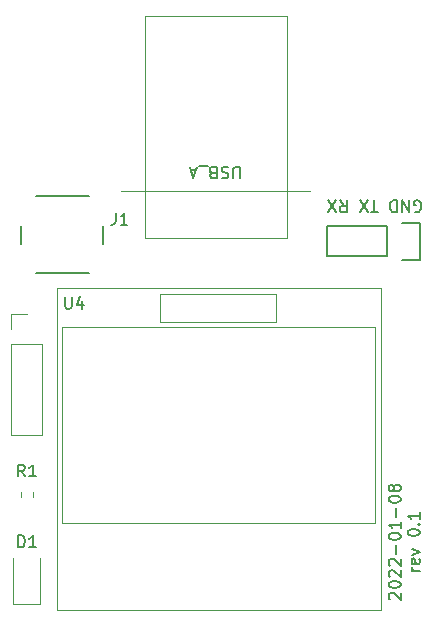
<source format=gto>
G04 #@! TF.GenerationSoftware,KiCad,Pcbnew,(6.0.0)*
G04 #@! TF.CreationDate,2022-01-08T18:45:48-05:00*
G04 #@! TF.ProjectId,anavi-thermometer,616e6176-692d-4746-9865-726d6f6d6574,rev?*
G04 #@! TF.SameCoordinates,Original*
G04 #@! TF.FileFunction,Legend,Top*
G04 #@! TF.FilePolarity,Positive*
%FSLAX46Y46*%
G04 Gerber Fmt 4.6, Leading zero omitted, Abs format (unit mm)*
G04 Created by KiCad (PCBNEW (6.0.0)) date 2022-01-08 18:45:48*
%MOMM*%
%LPD*%
G01*
G04 APERTURE LIST*
%ADD10C,0.150000*%
%ADD11C,0.120000*%
G04 APERTURE END LIST*
D10*
X156843691Y-79028761D02*
X156938929Y-79076380D01*
X157081787Y-79076380D01*
X157224644Y-79028761D01*
X157319882Y-78933522D01*
X157367501Y-78838284D01*
X157415120Y-78647808D01*
X157415120Y-78504951D01*
X157367501Y-78314475D01*
X157319882Y-78219237D01*
X157224644Y-78123999D01*
X157081787Y-78076380D01*
X156986549Y-78076380D01*
X156843691Y-78123999D01*
X156796072Y-78171618D01*
X156796072Y-78504951D01*
X156986549Y-78504951D01*
X156367501Y-78076380D02*
X156367501Y-79076380D01*
X155796072Y-78076380D01*
X155796072Y-79076380D01*
X155319882Y-78076380D02*
X155319882Y-79076380D01*
X155081787Y-79076380D01*
X154938929Y-79028761D01*
X154843691Y-78933522D01*
X154796072Y-78838284D01*
X154748453Y-78647808D01*
X154748453Y-78504951D01*
X154796072Y-78314475D01*
X154843691Y-78219237D01*
X154938929Y-78123999D01*
X155081787Y-78076380D01*
X155319882Y-78076380D01*
X153700834Y-79076380D02*
X153129406Y-79076380D01*
X153415120Y-78076380D02*
X153415120Y-79076380D01*
X152891310Y-79076380D02*
X152224644Y-78076380D01*
X152224644Y-79076380D02*
X152891310Y-78076380D01*
X150510358Y-78076380D02*
X150843691Y-78552570D01*
X151081787Y-78076380D02*
X151081787Y-79076380D01*
X150700834Y-79076380D01*
X150605596Y-79028761D01*
X150557977Y-78981141D01*
X150510358Y-78885903D01*
X150510358Y-78743046D01*
X150557977Y-78647808D01*
X150605596Y-78600189D01*
X150700834Y-78552570D01*
X151081787Y-78552570D01*
X150177025Y-79076380D02*
X149510358Y-78076380D01*
X149510358Y-79076380D02*
X150177025Y-78076380D01*
X154742619Y-111857142D02*
X154695000Y-111809523D01*
X154647380Y-111714285D01*
X154647380Y-111476190D01*
X154695000Y-111380952D01*
X154742619Y-111333333D01*
X154837857Y-111285714D01*
X154933095Y-111285714D01*
X155075952Y-111333333D01*
X155647380Y-111904761D01*
X155647380Y-111285714D01*
X154647380Y-110666666D02*
X154647380Y-110571428D01*
X154695000Y-110476190D01*
X154742619Y-110428571D01*
X154837857Y-110380952D01*
X155028333Y-110333333D01*
X155266428Y-110333333D01*
X155456904Y-110380952D01*
X155552142Y-110428571D01*
X155599761Y-110476190D01*
X155647380Y-110571428D01*
X155647380Y-110666666D01*
X155599761Y-110761904D01*
X155552142Y-110809523D01*
X155456904Y-110857142D01*
X155266428Y-110904761D01*
X155028333Y-110904761D01*
X154837857Y-110857142D01*
X154742619Y-110809523D01*
X154695000Y-110761904D01*
X154647380Y-110666666D01*
X154742619Y-109952380D02*
X154695000Y-109904761D01*
X154647380Y-109809523D01*
X154647380Y-109571428D01*
X154695000Y-109476190D01*
X154742619Y-109428571D01*
X154837857Y-109380952D01*
X154933095Y-109380952D01*
X155075952Y-109428571D01*
X155647380Y-110000000D01*
X155647380Y-109380952D01*
X154742619Y-109000000D02*
X154695000Y-108952380D01*
X154647380Y-108857142D01*
X154647380Y-108619047D01*
X154695000Y-108523809D01*
X154742619Y-108476190D01*
X154837857Y-108428571D01*
X154933095Y-108428571D01*
X155075952Y-108476190D01*
X155647380Y-109047619D01*
X155647380Y-108428571D01*
X155266428Y-108000000D02*
X155266428Y-107238095D01*
X154647380Y-106571428D02*
X154647380Y-106476190D01*
X154695000Y-106380952D01*
X154742619Y-106333333D01*
X154837857Y-106285714D01*
X155028333Y-106238095D01*
X155266428Y-106238095D01*
X155456904Y-106285714D01*
X155552142Y-106333333D01*
X155599761Y-106380952D01*
X155647380Y-106476190D01*
X155647380Y-106571428D01*
X155599761Y-106666666D01*
X155552142Y-106714285D01*
X155456904Y-106761904D01*
X155266428Y-106809523D01*
X155028333Y-106809523D01*
X154837857Y-106761904D01*
X154742619Y-106714285D01*
X154695000Y-106666666D01*
X154647380Y-106571428D01*
X155647380Y-105285714D02*
X155647380Y-105857142D01*
X155647380Y-105571428D02*
X154647380Y-105571428D01*
X154790238Y-105666666D01*
X154885476Y-105761904D01*
X154933095Y-105857142D01*
X155266428Y-104857142D02*
X155266428Y-104095238D01*
X154647380Y-103428571D02*
X154647380Y-103333333D01*
X154695000Y-103238095D01*
X154742619Y-103190476D01*
X154837857Y-103142857D01*
X155028333Y-103095238D01*
X155266428Y-103095238D01*
X155456904Y-103142857D01*
X155552142Y-103190476D01*
X155599761Y-103238095D01*
X155647380Y-103333333D01*
X155647380Y-103428571D01*
X155599761Y-103523809D01*
X155552142Y-103571428D01*
X155456904Y-103619047D01*
X155266428Y-103666666D01*
X155028333Y-103666666D01*
X154837857Y-103619047D01*
X154742619Y-103571428D01*
X154695000Y-103523809D01*
X154647380Y-103428571D01*
X155075952Y-102523809D02*
X155028333Y-102619047D01*
X154980714Y-102666666D01*
X154885476Y-102714285D01*
X154837857Y-102714285D01*
X154742619Y-102666666D01*
X154695000Y-102619047D01*
X154647380Y-102523809D01*
X154647380Y-102333333D01*
X154695000Y-102238095D01*
X154742619Y-102190476D01*
X154837857Y-102142857D01*
X154885476Y-102142857D01*
X154980714Y-102190476D01*
X155028333Y-102238095D01*
X155075952Y-102333333D01*
X155075952Y-102523809D01*
X155123571Y-102619047D01*
X155171190Y-102666666D01*
X155266428Y-102714285D01*
X155456904Y-102714285D01*
X155552142Y-102666666D01*
X155599761Y-102619047D01*
X155647380Y-102523809D01*
X155647380Y-102333333D01*
X155599761Y-102238095D01*
X155552142Y-102190476D01*
X155456904Y-102142857D01*
X155266428Y-102142857D01*
X155171190Y-102190476D01*
X155123571Y-102238095D01*
X155075952Y-102333333D01*
X157257380Y-109452380D02*
X156590714Y-109452380D01*
X156781190Y-109452380D02*
X156685952Y-109404761D01*
X156638333Y-109357142D01*
X156590714Y-109261904D01*
X156590714Y-109166666D01*
X157209761Y-108452380D02*
X157257380Y-108547619D01*
X157257380Y-108738095D01*
X157209761Y-108833333D01*
X157114523Y-108880952D01*
X156733571Y-108880952D01*
X156638333Y-108833333D01*
X156590714Y-108738095D01*
X156590714Y-108547619D01*
X156638333Y-108452380D01*
X156733571Y-108404761D01*
X156828809Y-108404761D01*
X156924047Y-108880952D01*
X156590714Y-108071428D02*
X157257380Y-107833333D01*
X156590714Y-107595238D01*
X156257380Y-106261904D02*
X156257380Y-106166666D01*
X156305000Y-106071428D01*
X156352619Y-106023809D01*
X156447857Y-105976190D01*
X156638333Y-105928571D01*
X156876428Y-105928571D01*
X157066904Y-105976190D01*
X157162142Y-106023809D01*
X157209761Y-106071428D01*
X157257380Y-106166666D01*
X157257380Y-106261904D01*
X157209761Y-106357142D01*
X157162142Y-106404761D01*
X157066904Y-106452380D01*
X156876428Y-106500000D01*
X156638333Y-106500000D01*
X156447857Y-106452380D01*
X156352619Y-106404761D01*
X156305000Y-106357142D01*
X156257380Y-106261904D01*
X157162142Y-105500000D02*
X157209761Y-105452380D01*
X157257380Y-105500000D01*
X157209761Y-105547619D01*
X157162142Y-105500000D01*
X157257380Y-105500000D01*
X157257380Y-104500000D02*
X157257380Y-105071428D01*
X157257380Y-104785714D02*
X156257380Y-104785714D01*
X156400238Y-104880952D01*
X156495476Y-104976190D01*
X156543095Y-105071428D01*
X123261904Y-107452380D02*
X123261904Y-106452380D01*
X123500000Y-106452380D01*
X123642857Y-106500000D01*
X123738095Y-106595238D01*
X123785714Y-106690476D01*
X123833333Y-106880952D01*
X123833333Y-107023809D01*
X123785714Y-107214285D01*
X123738095Y-107309523D01*
X123642857Y-107404761D01*
X123500000Y-107452380D01*
X123261904Y-107452380D01*
X124785714Y-107452380D02*
X124214285Y-107452380D01*
X124500000Y-107452380D02*
X124500000Y-106452380D01*
X124404761Y-106595238D01*
X124309523Y-106690476D01*
X124214285Y-106738095D01*
X123833333Y-101452380D02*
X123500000Y-100976190D01*
X123261904Y-101452380D02*
X123261904Y-100452380D01*
X123642857Y-100452380D01*
X123738095Y-100500000D01*
X123785714Y-100547619D01*
X123833333Y-100642857D01*
X123833333Y-100785714D01*
X123785714Y-100880952D01*
X123738095Y-100928571D01*
X123642857Y-100976190D01*
X123261904Y-100976190D01*
X124785714Y-101452380D02*
X124214285Y-101452380D01*
X124500000Y-101452380D02*
X124500000Y-100452380D01*
X124404761Y-100595238D01*
X124309523Y-100690476D01*
X124214285Y-100738095D01*
X127238095Y-86251753D02*
X127238095Y-87061277D01*
X127285714Y-87156515D01*
X127333333Y-87204134D01*
X127428571Y-87251753D01*
X127619047Y-87251753D01*
X127714285Y-87204134D01*
X127761904Y-87156515D01*
X127809523Y-87061277D01*
X127809523Y-86251753D01*
X128714285Y-86585087D02*
X128714285Y-87251753D01*
X128476190Y-86204134D02*
X128238095Y-86918420D01*
X128857142Y-86918420D01*
X131526254Y-79152851D02*
X131526254Y-79867137D01*
X131478635Y-80009994D01*
X131383397Y-80105232D01*
X131240540Y-80152851D01*
X131145302Y-80152851D01*
X132526254Y-80152851D02*
X131954826Y-80152851D01*
X132240540Y-80152851D02*
X132240540Y-79152851D01*
X132145302Y-79295709D01*
X132050064Y-79390947D01*
X131954826Y-79438566D01*
X142071428Y-76232619D02*
X142071428Y-75423095D01*
X142023809Y-75327857D01*
X141976190Y-75280238D01*
X141880952Y-75232619D01*
X141690476Y-75232619D01*
X141595238Y-75280238D01*
X141547619Y-75327857D01*
X141500000Y-75423095D01*
X141500000Y-76232619D01*
X141071428Y-75280238D02*
X140928571Y-75232619D01*
X140690476Y-75232619D01*
X140595238Y-75280238D01*
X140547619Y-75327857D01*
X140500000Y-75423095D01*
X140500000Y-75518333D01*
X140547619Y-75613571D01*
X140595238Y-75661190D01*
X140690476Y-75708809D01*
X140880952Y-75756428D01*
X140976190Y-75804047D01*
X141023809Y-75851666D01*
X141071428Y-75946904D01*
X141071428Y-76042142D01*
X141023809Y-76137380D01*
X140976190Y-76185000D01*
X140880952Y-76232619D01*
X140642857Y-76232619D01*
X140500000Y-76185000D01*
X139738095Y-75756428D02*
X139595238Y-75708809D01*
X139547619Y-75661190D01*
X139500000Y-75565952D01*
X139500000Y-75423095D01*
X139547619Y-75327857D01*
X139595238Y-75280238D01*
X139690476Y-75232619D01*
X140071428Y-75232619D01*
X140071428Y-76232619D01*
X139738095Y-76232619D01*
X139642857Y-76185000D01*
X139595238Y-76137380D01*
X139547619Y-76042142D01*
X139547619Y-75946904D01*
X139595238Y-75851666D01*
X139642857Y-75804047D01*
X139738095Y-75756428D01*
X140071428Y-75756428D01*
X139309523Y-75137380D02*
X138547619Y-75137380D01*
X138357142Y-75518333D02*
X137880952Y-75518333D01*
X138452380Y-75232619D02*
X138119047Y-76232619D01*
X137785714Y-75232619D01*
D11*
X122865000Y-108400000D02*
X122865000Y-112285000D01*
X122865000Y-112285000D02*
X125135000Y-112285000D01*
X125135000Y-112285000D02*
X125135000Y-108400000D01*
X123477500Y-102762742D02*
X123477500Y-103237258D01*
X124522500Y-102762742D02*
X124522500Y-103237258D01*
D10*
X124750000Y-84250000D02*
X129250000Y-84250000D01*
X130500000Y-81750000D02*
X130500000Y-80250000D01*
X129250000Y-77750000D02*
X124750000Y-77750000D01*
X123500000Y-80250000D02*
X123500000Y-81750000D01*
X149433676Y-80293234D02*
X149433676Y-82833234D01*
X157333676Y-80013234D02*
X157333676Y-83113234D01*
X154513676Y-80293234D02*
X149433676Y-80293234D01*
X154513676Y-82833234D02*
X154513676Y-80293234D01*
X155783676Y-80013234D02*
X157333676Y-80013234D01*
X157333676Y-83113234D02*
X155783676Y-83113234D01*
X149433676Y-82833234D02*
X154513676Y-82833234D01*
D11*
X122670000Y-90270000D02*
X122670000Y-97950000D01*
X125330000Y-90270000D02*
X125330000Y-97950000D01*
X122670000Y-89000000D02*
X122670000Y-87670000D01*
X122670000Y-97950000D02*
X125330000Y-97950000D01*
X122670000Y-90270000D02*
X125330000Y-90270000D01*
X122670000Y-87670000D02*
X124000000Y-87670000D01*
X127022000Y-88794373D02*
X150122000Y-88794373D01*
X126600000Y-85499373D02*
X154000000Y-85499373D01*
X135301000Y-85988373D02*
X135301000Y-88401373D01*
X154000000Y-112799373D02*
X126600000Y-112799373D01*
X153462000Y-88782373D02*
X153208000Y-88794373D01*
X126600000Y-112799373D02*
X126600000Y-85499373D01*
X150122000Y-88794373D02*
X153208000Y-88794373D01*
X145080000Y-88401373D02*
X135301000Y-88401373D01*
X127022000Y-105394373D02*
X127022000Y-88794373D01*
X150122000Y-105394373D02*
X153462000Y-105419373D01*
X154000000Y-85499373D02*
X154000000Y-112799373D01*
X135301000Y-85988373D02*
X145080000Y-85988373D01*
X145080000Y-85988373D02*
X145080000Y-88401373D01*
X150122000Y-105394373D02*
X127022000Y-105394373D01*
X153462000Y-105419373D02*
X153462000Y-88782373D01*
X148000000Y-77250000D02*
X132000000Y-77250000D01*
X146000000Y-81250000D02*
X134000000Y-81250000D01*
X134000000Y-81250000D02*
X134000000Y-62450000D01*
X134000000Y-62450000D02*
X146000000Y-62450000D01*
X146000000Y-62450000D02*
X146000000Y-81250000D01*
M02*

</source>
